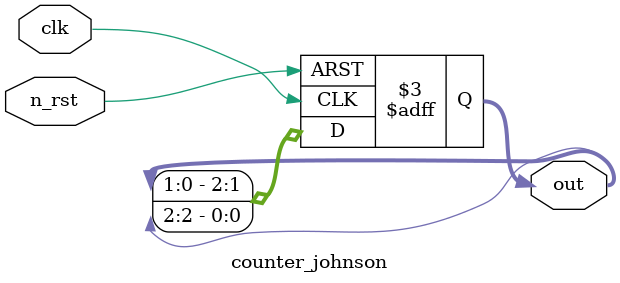
<source format=v>
module counter_johnson(
  clk,
  n_rst,
  out
);

input clk;
input n_rst;
output reg [2:0] out;

always@(posedge clk or negedge n_rst)
begin
  if(!n_rst)
    out <= 3'b100;
  else 
  begin
    out[2] <= out[1];
    out[1] <= out[0];
    out[0] <= out[2];
    //out <= out[3:1];
    //out[2] <= 1'b1;
  end
end

endmodule

</source>
